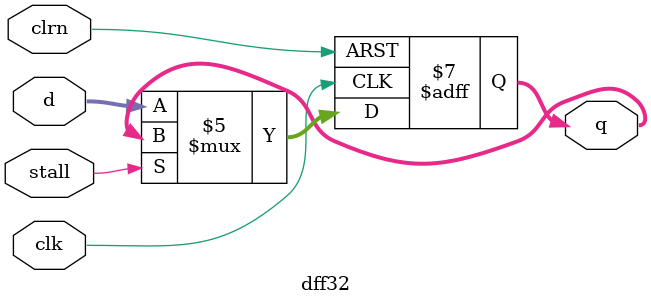
<source format=v>
`timescale 1ns / 1ps
module dff32(d,clk,clrn,stall,q
    );
	 input [31:0] d;
	 input clk,clrn,stall;
	 output [31:0] q;
    reg [31:0] q;
    always @ (negedge clrn or posedge clk)
	 if(clrn==0)
	     begin
		      q<=0;
		  end
    else if(~stall)
        begin
            q<=d;
        end
    else	
        begin		      
		      q<=q;
		  end	 
endmodule
</source>
